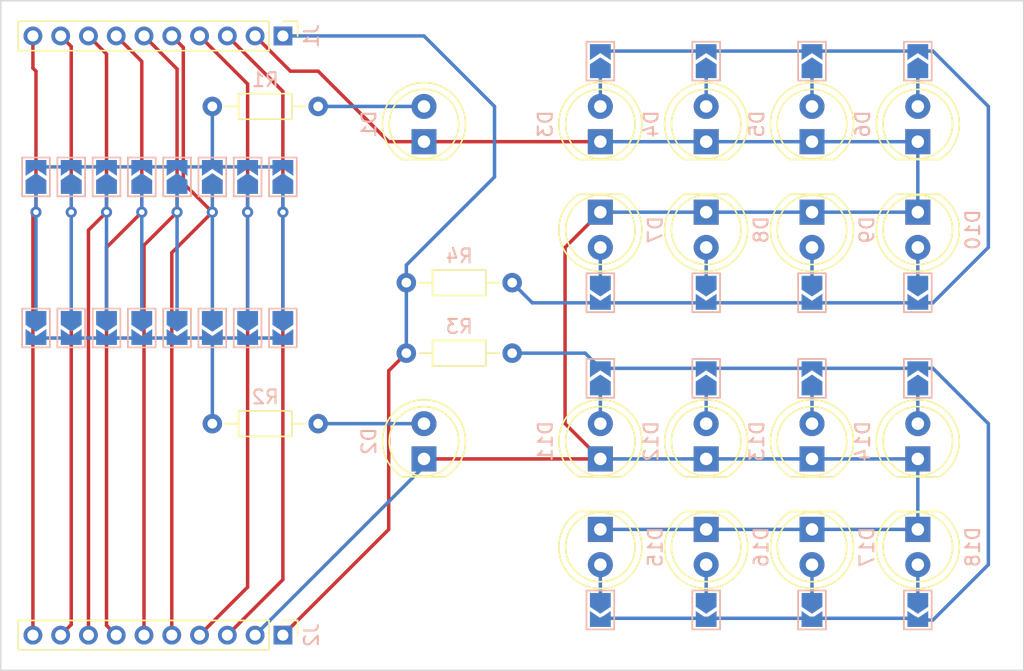
<source format=kicad_pcb>
(kicad_pcb (version 20221018) (generator pcbnew)
  (title_block (title "HTP!m CONTROL Display") (date "2023-10-07") (rev "1") (company "shawnd.xyz") (comment 2 "to the user.") (comment 3 "The HTP!m CONTROL display panel is a series of LED matrices that communicate data"))
  (layers (0 "F.Cu" signal) (31 "B.Cu" signal) (34 "B.Paste" user) (35 "F.Paste" user) (36 "B.SilkS" user "B.Silkscreen") (37 "F.SilkS" user "F.Silkscreen") (38 "B.Mask" user) (39 "F.Mask" user) (44 "Edge.Cuts" user))
  (net 0 "")
  (net 1 "GND")
  (net 2 "Net-(D1-A)")
  (net 3 "Net-(D2-A)")
  (net 4 "Net-(D3-A)")
  (net 5 "Net-(D4-A)")
  (net 6 "Net-(D5-A)")
  (net 7 "Net-(D6-A)")
  (net 8 "Net-(D7-A)")
  (net 9 "Net-(D8-A)")
  (net 10 "Net-(D9-A)")
  (net 11 "Net-(D10-A)")
  (net 12 "Net-(D11-A)")
  (net 13 "Net-(D12-A)")
  (net 14 "Net-(D13-A)")
  (net 15 "Net-(D14-A)")
  (net 16 "Net-(D15-A)")
  (net 17 "Net-(D16-A)")
  (net 18 "Net-(D17-A)")
  (net 19 "Net-(D18-A)")
  (net 20 "+3.3V")
  (net 21 "Net-(J1-Pin_3)")
  (net 22 "Net-(J1-Pin_4)")
  (net 23 "Net-(J1-Pin_5)")
  (net 24 "Net-(J1-Pin_6)")
  (net 25 "Net-(J1-Pin_7)")
  (net 26 "Net-(J1-Pin_8)")
  (net 27 "Net-(J1-Pin_9)")
  (net 28 "Net-(J1-Pin_10)")
  (net 29 "Net-(JP1-B)")
  (net 30 "Net-(JP17-B)")
  (net 31 "Net-(JP25-B)")
  (net 32 "Net-(JP10-B)")
  (footprint "LED_THT:LED_D5.0mm" (layer "F.Cu") (at 154.94 111.76 -90)
    (fp_text reference "D15" (at 1.27 -3.96 -270) (layer "B.SilkS") (effects (justify mirror)))
    (fp_text value "BLUE")
    (pad "1" thru_hole rect (at 0 0 270) (size 1.8 1.8) (drill 0.9) (layers "*.Cu" "*.Mask") (net 1 "GND"))
    (pad "2" thru_hole circle (at 2.54 0 270) (size 1.8 1.8) (drill 0.9) (layers "*.Cu" "*.Mask") (net 16 "Net-(D15-A)"))
  )
  (footprint "LED_THT:LED_D5.0mm" (layer "F.Cu") (at 142.24 106.68 90)
    (fp_text reference "D2" (at 1.27 -3.96 90) (layer "B.SilkS") (effects (justify mirror)))
    (fp_text value "RED")
    (pad "1" thru_hole rect (at 0 0 90) (size 1.8 1.8) (drill 0.9) (layers "*.Cu" "*.Mask") (net 1 "GND"))
    (pad "2" thru_hole circle (at 2.54 0 90) (size 1.8 1.8) (drill 0.9) (layers "*.Cu" "*.Mask") (net 3 "Net-(D2-A)"))
  )
  (footprint "Resistor_THT:R_Axial_DIN0204_L3.6mm_D1.6mm_P7.62mm_Horizontal" (layer "F.Cu") (at 127 81.28)
    (fp_text reference "R1" (at 3.81 -1.92) (layer "B.SilkS") (effects (justify mirror)))
    (fp_text value "400Ω")
    (pad "1" thru_hole circle (at 0 0) (size 1.4 1.4) (drill 0.7) (layers "*.Cu" "*.Mask") (net 31 "Net-(JP25-B)"))
    (pad "2" thru_hole oval (at 7.62 0) (size 1.4 1.4) (drill 0.7) (layers "*.Cu" "*.Mask") (net 2 "Net-(D1-A)"))
  )
  (footprint "LED_THT:LED_D5.0mm" (layer "F.Cu") (at 142.24 83.82 90)
    (fp_text reference "D1" (at 1.27 -3.96 -270) (layer "B.SilkS") (effects (justify mirror)))
    (fp_text value "RED")
    (pad "1" thru_hole rect (at 0 0 90) (size 1.8 1.8) (drill 0.9) (layers "*.Cu" "*.Mask") (net 1 "GND"))
    (pad "2" thru_hole circle (at 2.54 0 90) (size 1.8 1.8) (drill 0.9) (layers "*.Cu" "*.Mask") (net 2 "Net-(D1-A)"))
  )
  (footprint "LED_THT:LED_D5.0mm" (layer "F.Cu") (at 162.56 106.68 90)
    (fp_text reference "D12" (at 1.27 -3.96 -270) (layer "B.SilkS") (effects (justify mirror)))
    (fp_text value "BLUE")
    (pad "1" thru_hole rect (at 0 0 90) (size 1.8 1.8) (drill 0.9) (layers "*.Cu" "*.Mask") (net 1 "GND"))
    (pad "2" thru_hole circle (at 2.54 0 90) (size 1.8 1.8) (drill 0.9) (layers "*.Cu" "*.Mask") (net 13 "Net-(D12-A)"))
  )
  (footprint "LED_THT:LED_D5.0mm" (layer "F.Cu") (at 170.18 83.82 90)
    (fp_text reference "D5" (at 1.27 -3.96 90) (layer "B.SilkS") (effects (justify mirror)))
    (fp_text value "BLUE")
    (pad "1" thru_hole rect (at 0 0 90) (size 1.8 1.8) (drill 0.9) (layers "*.Cu" "*.Mask") (net 1 "GND"))
    (pad "2" thru_hole circle (at 2.54 0 90) (size 1.8 1.8) (drill 0.9) (layers "*.Cu" "*.Mask") (net 6 "Net-(D5-A)"))
  )
  (footprint "LED_THT:LED_D5.0mm" (layer "F.Cu") (at 177.8 83.82 90)
    (fp_text reference "D6" (at 1.27 -3.96 90) (layer "B.SilkS") (effects (justify mirror)))
    (fp_text value "BLUE")
    (pad "1" thru_hole rect (at 0 0 90) (size 1.8 1.8) (drill 0.9) (layers "*.Cu" "*.Mask") (net 1 "GND"))
    (pad "2" thru_hole circle (at 2.54 0 90) (size 1.8 1.8) (drill 0.9) (layers "*.Cu" "*.Mask") (net 7 "Net-(D6-A)"))
  )
  (footprint "LED_THT:LED_D5.0mm" (layer "F.Cu") (at 162.56 88.9 -90)
    (fp_text reference "D8" (at 1.27 -3.96 -270) (layer "B.SilkS") (effects (justify mirror)))
    (fp_text value "BLUE")
    (pad "1" thru_hole rect (at 0 0 270) (size 1.8 1.8) (drill 0.9) (layers "*.Cu" "*.Mask") (net 1 "GND"))
    (pad "2" thru_hole circle (at 2.54 0 270) (size 1.8 1.8) (drill 0.9) (layers "*.Cu" "*.Mask") (net 9 "Net-(D8-A)"))
  )
  (footprint "LED_THT:LED_D5.0mm" (layer "F.Cu") (at 170.18 111.76 -90)
    (fp_text reference "D17" (at 1.27 -3.96 -270) (layer "B.SilkS") (effects (justify mirror)))
    (fp_text value "BLUE")
    (pad "1" thru_hole rect (at 0 0 270) (size 1.8 1.8) (drill 0.9) (layers "*.Cu" "*.Mask") (net 1 "GND"))
    (pad "2" thru_hole circle (at 2.54 0 270) (size 1.8 1.8) (drill 0.9) (layers "*.Cu" "*.Mask") (net 18 "Net-(D17-A)"))
  )
  (footprint "Connector_PinHeader_2.00mm:PinHeader_1x10_P2.00mm_Vertical" (layer "F.Cu") (at 132.08 76.2 -90)
    (fp_text reference "J1" (at 0 -2.06 -270) (layer "B.SilkS") (effects (justify mirror)))
    (fp_text value "Conn_01x10_Socket" hide)
    (pad "1" thru_hole rect (at 0 0 270) (size 1.35 1.35) (drill 0.8) (layers "*.Cu" "*.Mask") (net 20 "+3.3V"))
    (pad "2" thru_hole oval (at 0 2 270) (size 1.35 1.35) (drill 0.8) (layers "*.Cu" "*.Mask") (net 1 "GND"))
    (pad "3" thru_hole oval (at 0 4 270) (size 1.35 1.35) (drill 0.8) (layers "*.Cu" "*.Mask") (net 21 "Net-(J1-Pin_3)"))
    (pad "4" thru_hole oval (at 0 6 270) (size 1.35 1.35) (drill 0.8) (layers "*.Cu" "*.Mask") (net 22 "Net-(J1-Pin_4)"))
    (pad "5" thru_hole oval (at 0 8 270) (size 1.35 1.35) (drill 0.8) (layers "*.Cu" "*.Mask") (net 23 "Net-(J1-Pin_5)"))
    (pad "6" thru_hole oval (at 0 10 270) (size 1.35 1.35) (drill 0.8) (layers "*.Cu" "*.Mask") (net 24 "Net-(J1-Pin_6)"))
    (pad "7" thru_hole oval (at 0 12 270) (size 1.35 1.35) (drill 0.8) (layers "*.Cu" "*.Mask") (net 25 "Net-(J1-Pin_7)"))
    (pad "8" thru_hole oval (at 0 14 270) (size 1.35 1.35) (drill 0.8) (layers "*.Cu" "*.Mask") (net 26 "Net-(J1-Pin_8)"))
    (pad "9" thru_hole oval (at 0 16 270) (size 1.35 1.35) (drill 0.8) (layers "*.Cu" "*.Mask") (net 27 "Net-(J1-Pin_9)"))
    (pad "10" thru_hole oval (at 0 18 270) (size 1.35 1.35) (drill 0.8) (layers "*.Cu" "*.Mask") (net 28 "Net-(J1-Pin_10)"))
  )
  (footprint "Resistor_THT:R_Axial_DIN0204_L3.6mm_D1.6mm_P7.62mm_Horizontal" (layer "F.Cu") (at 140.97 99.06)
    (fp_text reference "R3" (at 3.81 -1.92) (layer "B.SilkS") (effects (justify mirror)))
    (fp_text value "400Ω")
    (pad "1" thru_hole circle (at 0 0) (size 1.4 1.4) (drill 0.7) (layers "*.Cu" "*.Mask") (net 20 "+3.3V"))
    (pad "2" thru_hole oval (at 7.62 0) (size 1.4 1.4) (drill 0.7) (layers "*.Cu" "*.Mask") (net 32 "Net-(JP10-B)"))
  )
  (footprint "LED_THT:LED_D5.0mm" (layer "F.Cu") (at 177.8 106.68 90)
    (fp_text reference "D14" (at 1.27 -3.96 -270) (layer "B.SilkS") (effects (justify mirror)))
    (fp_text value "BLUE")
    (pad "1" thru_hole rect (at 0 0 90) (size 1.8 1.8) (drill 0.9) (layers "*.Cu" "*.Mask") (net 1 "GND"))
    (pad "2" thru_hole circle (at 2.54 0 90) (size 1.8 1.8) (drill 0.9) (layers "*.Cu" "*.Mask") (net 15 "Net-(D14-A)"))
  )
  (footprint "LED_THT:LED_D5.0mm" (layer "F.Cu") (at 177.8 88.9 -90)
    (fp_text reference "D10" (at 1.27 -3.96 -270) (layer "B.SilkS") (effects (justify mirror)))
    (fp_text value "BLUE")
    (pad "1" thru_hole rect (at 0 0 270) (size 1.8 1.8) (drill 0.9) (layers "*.Cu" "*.Mask") (net 1 "GND"))
    (pad "2" thru_hole circle (at 2.54 0 270) (size 1.8 1.8) (drill 0.9) (layers "*.Cu" "*.Mask") (net 11 "Net-(D10-A)"))
  )
  (footprint "LED_THT:LED_D5.0mm" (layer "F.Cu") (at 162.56 83.82 90)
    (fp_text reference "D4" (at 1.27 -3.96 -270) (layer "B.SilkS") (effects (justify mirror)))
    (fp_text value "BLUE")
    (pad "1" thru_hole rect (at 0 0 90) (size 1.8 1.8) (drill 0.9) (layers "*.Cu" "*.Mask") (net 1 "GND"))
    (pad "2" thru_hole circle (at 2.54 0 90) (size 1.8 1.8) (drill 0.9) (layers "*.Cu" "*.Mask") (net 5 "Net-(D4-A)"))
  )
  (footprint "LED_THT:LED_D5.0mm" (layer "F.Cu") (at 154.94 83.82 90)
    (fp_text reference "D3" (at 1.27 -3.96 -270) (layer "B.SilkS") (effects (justify mirror)))
    (fp_text value "BLUE")
    (pad "1" thru_hole rect (at 0 0 90) (size 1.8 1.8) (drill 0.9) (layers "*.Cu" "*.Mask") (net 1 "GND"))
    (pad "2" thru_hole circle (at 2.54 0 90) (size 1.8 1.8) (drill 0.9) (layers "*.Cu" "*.Mask") (net 4 "Net-(D3-A)"))
  )
  (footprint "LED_THT:LED_D5.0mm" (layer "F.Cu") (at 162.56 111.76 -90)
    (fp_text reference "D16" (at 1.27 -3.96 -270) (layer "B.SilkS") (effects (justify mirror)))
    (fp_text value "BLUE")
    (pad "1" thru_hole rect (at 0 0 270) (size 1.8 1.8) (drill 0.9) (layers "*.Cu" "*.Mask") (net 1 "GND"))
    (pad "2" thru_hole circle (at 2.54 0 270) (size 1.8 1.8) (drill 0.9) (layers "*.Cu" "*.Mask") (net 17 "Net-(D16-A)"))
  )
  (footprint "LED_THT:LED_D5.0mm" (layer "F.Cu") (at 177.8 111.76 -90)
    (fp_text reference "D18" (at 1.27 -3.96 -270) (layer "B.SilkS") (effects (justify mirror)))
    (fp_text value "BLUE")
    (pad "1" thru_hole rect (at 0 0 270) (size 1.8 1.8) (drill 0.9) (layers "*.Cu" "*.Mask") (net 1 "GND"))
    (pad "2" thru_hole circle (at 2.54 0 270) (size 1.8 1.8) (drill 0.9) (layers "*.Cu" "*.Mask") (net 19 "Net-(D18-A)"))
  )
  (footprint "LED_THT:LED_D5.0mm" (layer "F.Cu") (at 170.18 88.9 -90)
    (fp_text reference "D9" (at 1.27 -3.96 -270) (layer "B.SilkS") (effects (justify mirror)))
    (fp_text value "BLUE")
    (pad "1" thru_hole rect (at 0 0 270) (size 1.8 1.8) (drill 0.9) (layers "*.Cu" "*.Mask") (net 1 "GND"))
    (pad "2" thru_hole circle (at 2.54 0 270) (size 1.8 1.8) (drill 0.9) (layers "*.Cu" "*.Mask") (net 10 "Net-(D9-A)"))
  )
  (footprint "LED_THT:LED_D5.0mm" (layer "F.Cu") (at 170.18 106.68 90)
    (fp_text reference "D13" (at 1.27 -3.96 90) (layer "B.SilkS") (effects (justify mirror)))
    (fp_text value "BLUE")
    (pad "1" thru_hole rect (at 0 0 90) (size 1.8 1.8) (drill 0.9) (layers "*.Cu" "*.Mask") (net 1 "GND"))
    (pad "2" thru_hole circle (at 2.54 0 90) (size 1.8 1.8) (drill 0.9) (layers "*.Cu" "*.Mask") (net 14 "Net-(D13-A)"))
  )
  (footprint "Connector_PinHeader_2.00mm:PinHeader_1x10_P2.00mm_Vertical" (layer "F.Cu") (at 132.08 119.38 -90)
    (fp_text reference "J2" (at 0 -2.06 -270) (layer "B.SilkS") (effects (justify mirror)))
    (fp_text value "Conn_01x10_Socket" hide)
    (pad "1" thru_hole rect (at 0 0 270) (size 1.35 1.35) (drill 0.8) (layers "*.Cu" "*.Mask") (net 20 "+3.3V"))
    (pad "2" thru_hole oval (at 0 2 270) (size 1.35 1.35) (drill 0.8) (layers "*.Cu" "*.Mask") (net 1 "GND"))
    (pad "3" thru_hole oval (at 0 4 270) (size 1.35 1.35) (drill 0.8) (layers "*.Cu" "*.Mask") (net 21 "Net-(J1-Pin_3)"))
    (pad "4" thru_hole oval (at 0 6 270) (size 1.35 1.35) (drill 0.8) (layers "*.Cu" "*.Mask") (net 22 "Net-(J1-Pin_4)"))
    (pad "5" thru_hole oval (at 0 8 270) (size 1.35 1.35) (drill 0.8) (layers "*.Cu" "*.Mask") (net 23 "Net-(J1-Pin_5)"))
    (pad "6" thru_hole oval (at 0 10 270) (size 1.35 1.35) (drill 0.8) (layers "*.Cu" "*.Mask") (net 24 "Net-(J1-Pin_6)"))
    (pad "7" thru_hole oval (at 0 12 270) (size 1.35 1.35) (drill 0.8) (layers "*.Cu" "*.Mask") (net 25 "Net-(J1-Pin_7)"))
    (pad "8" thru_hole oval (at 0 14 270) (size 1.35 1.35) (drill 0.8) (layers "*.Cu" "*.Mask") (net 26 "Net-(J1-Pin_8)"))
    (pad "9" thru_hole oval (at 0 16 270) (size 1.35 1.35) (drill 0.8) (layers "*.Cu" "*.Mask") (net 27 "Net-(J1-Pin_9)"))
    (pad "10" thru_hole oval (at 0 18 270) (size 1.35 1.35) (drill 0.8) (layers "*.Cu" "*.Mask") (net 28 "Net-(J1-Pin_10)"))
  )
  (footprint "LED_THT:LED_D5.0mm" (layer "F.Cu") (at 154.94 106.68 90)
    (fp_text reference "D11" (at 1.27 -3.96 -270) (layer "B.SilkS") (effects (justify mirror)))
    (fp_text value "BLUE")
    (pad "1" thru_hole rect (at 0 0 90) (size 1.8 1.8) (drill 0.9) (layers "*.Cu" "*.Mask") (net 1 "GND"))
    (pad "2" thru_hole circle (at 2.54 0 90) (size 1.8 1.8) (drill 0.9) (layers "*.Cu" "*.Mask") (net 12 "Net-(D11-A)"))
  )
  (footprint "Resistor_THT:R_Axial_DIN0204_L3.6mm_D1.6mm_P7.62mm_Horizontal" (layer "F.Cu") (at 140.97 93.98)
    (fp_text reference "R4" (at 3.81 -1.92) (layer "B.SilkS") (effects (justify mirror)))
    (fp_text value "400Ω")
    (pad "1" thru_hole circle (at 0 0) (size 1.4 1.4) (drill 0.7) (layers "*.Cu" "*.Mask") (net 20 "+3.3V"))
    (pad "2" thru_hole oval (at 7.62 0) (size 1.4 1.4) (drill 0.7) (layers "*.Cu" "*.Mask") (net 29 "Net-(JP1-B)"))
  )
  (footprint "Resistor_THT:R_Axial_DIN0204_L3.6mm_D1.6mm_P7.62mm_Horizontal" (layer "F.Cu") (at 127 104.14)
    (fp_text reference "R2" (at 3.81 -1.92) (layer "B.SilkS") (effects (justify mirror)))
    (fp_text value "400Ω")
    (pad "1" thru_hole circle (at 0 0) (size 1.4 1.4) (drill 0.7) (layers "*.Cu" "*.Mask") (net 30 "Net-(JP17-B)"))
    (pad "2" thru_hole oval (at 7.62 0) (size 1.4 1.4) (drill 0.7) (layers "*.Cu" "*.Mask") (net 3 "Net-(D2-A)"))
  )
  (footprint "LED_THT:LED_D5.0mm" (layer "F.Cu") (at 154.94 88.9 -90)
    (fp_text reference "D7" (at 1.27 -3.96 -270) (layer "B.SilkS") (effects (justify mirror)))
    (fp_text value "BLUE")
    (pad "1" thru_hole rect (at 0 0 270) (size 1.8 1.8) (drill 0.9) (layers "*.Cu" "*.Mask") (net 1 "GND"))
    (pad "2" thru_hole circle (at 2.54 0 270) (size 1.8 1.8) (drill 0.9) (layers "*.Cu" "*.Mask") (net 8 "Net-(D7-A)"))
  )
  (footprint "Jumper:SolderJumper-2_P1.3mm_Open_TrianglePad1.0x1.5mm" (layer "B.Cu") (at 132.08 86.36 90)
    (fp_text reference "JP25" hide)
    (fp_text value "SolderJumper_2_Bridged" hide)
    (pad "1" smd custom (at -0.725 0 90) (size 0.3 0.3) (layers "B.Cu" "B.Mask") (net 21 "Net-(J1-Pin_3)") (options (clearance outline) (anchor rect)) (primitives (gr_poly (pts (xy 1 0) (xy 0.5 -0.75) (xy -0.5 -0.75) (xy -0.5 0.75) (xy 0.5 0.75)) (width 0) (fill yes))))
    (pad "2" smd custom (at 0.725 0 90) (size 0.3 0.3) (layers "B.Cu" "B.Mask") (net 31 "Net-(JP25-B)") (options (clearance outline) (anchor rect)) (primitives (gr_poly (pts (xy 0.5 -0.75) (xy -0.65 -0.75) (xy -0.15 0) (xy -0.65 0.75) (xy 0.5 0.75)) (width 0) (fill yes))))
  )
  (footprint "Jumper:SolderJumper-2_P1.3mm_Open_TrianglePad1.0x1.5mm" (layer "B.Cu") (at 129.54 86.36 90)
    (fp_text reference "JP26" hide)
    (fp_text value "SolderJumper_2_Bridged" hide)
    (pad "1" smd custom (at -0.725 0 90) (size 0.3 0.3) (layers "B.Cu" "B.Mask") (net 22 "Net-(J1-Pin_4)") (options (clearance outline) (anchor rect)) (primitives (gr_poly (pts (xy 1 0) (xy 0.5 -0.75) (xy -0.5 -0.75) (xy -0.5 0.75) (xy 0.5 0.75)) (width 0) (fill yes))))
    (pad "2" smd custom (at 0.725 0 90) (size 0.3 0.3) (layers "B.Cu" "B.Mask") (net 31 "Net-(JP25-B)") (options (clearance outline) (anchor rect)) (primitives (gr_poly (pts (xy 0.5 -0.75) (xy -0.65 -0.75) (xy -0.15 0) (xy -0.65 0.75) (xy 0.5 0.75)) (width 0) (fill yes))))
  )
  (footprint "Jumper:SolderJumper-2_P1.3mm_Open_TrianglePad1.0x1.5mm" (layer "B.Cu") (at 162.56 117.565 -90)
    (fp_text reference "JP14" hide)
    (fp_text value "SolderJumper_2_Bridged" hide)
    (pad "1" smd custom (at -0.725 0 270) (size 0.3 0.3) (layers "B.Cu" "B.Mask") (net 17 "Net-(D16-A)") (options (clearance outline) (anchor rect)) (primitives (gr_poly (pts (xy 1 0) (xy 0.5 -0.75) (xy -0.5 -0.75) (xy -0.5 0.75) (xy 0.5 0.75)) (width 0) (fill yes))))
    (pad "2" smd custom (at 0.725 0 270) (size 0.3 0.3) (layers "B.Cu" "B.Mask") (net 32 "Net-(JP10-B)") (options (clearance outline) (anchor rect)) (primitives (gr_poly (pts (xy 0.5 -0.75) (xy -0.65 -0.75) (xy -0.15 0) (xy -0.65 0.75) (xy 0.5 0.75)) (width 0) (fill yes))))
  )
  (footprint "Jumper:SolderJumper-2_P1.3mm_Open_TrianglePad1.0x1.5mm" (layer "B.Cu") (at 119.38 86.36 90)
    (fp_text reference "JP30" hide)
    (fp_text value "SolderJumper_2_Bridged" hide)
    (pad "1" smd custom (at -0.725 0 90) (size 0.3 0.3) (layers "B.Cu" "B.Mask") (net 26 "Net-(J1-Pin_8)") (options (clearance outline) (anchor rect)) (primitives (gr_poly (pts (xy 1 0) (xy 0.5 -0.75) (xy -0.5 -0.75) (xy -0.5 0.75) (xy 0.5 0.75)) (width 0) (fill yes))))
    (pad "2" smd custom (at 0.725 0 90) (size 0.3 0.3) (layers "B.Cu" "B.Mask") (net 31 "Net-(JP25-B)") (options (clearance outline) (anchor rect)) (primitives (gr_poly (pts (xy 0.5 -0.75) (xy -0.65 -0.75) (xy -0.15 0) (xy -0.65 0.75) (xy 0.5 0.75)) (width 0) (fill yes))))
  )
  (footprint "Jumper:SolderJumper-2_P1.3mm_Open_TrianglePad1.0x1.5mm" (layer "B.Cu") (at 170.18 117.565 -90)
    (fp_text reference "JP15" hide)
    (fp_text value "SolderJumper_2_Bridged" hide)
    (pad "1" smd custom (at -0.725 0 270) (size 0.3 0.3) (layers "B.Cu" "B.Mask") (net 18 "Net-(D17-A)") (options (clearance outline) (anchor rect)) (primitives (gr_poly (pts (xy 1 0) (xy 0.5 -0.75) (xy -0.5 -0.75) (xy -0.5 0.75) (xy 0.5 0.75)) (width 0) (fill yes))))
    (pad "2" smd custom (at 0.725 0 270) (size 0.3 0.3) (layers "B.Cu" "B.Mask") (net 32 "Net-(JP10-B)") (options (clearance outline) (anchor rect)) (primitives (gr_poly (pts (xy 0.5 -0.75) (xy -0.65 -0.75) (xy -0.15 0) (xy -0.65 0.75) (xy 0.5 0.75)) (width 0) (fill yes))))
  )
  (footprint "Jumper:SolderJumper-2_P1.3mm_Open_TrianglePad1.0x1.5mm" (layer "B.Cu") (at 127 97.245 -90)
    (fp_text reference "JP22" hide)
    (fp_text value "SolderJumper_2_Bridged" hide)
    (pad "1" smd custom (at -0.725 0 270) (size 0.3 0.3) (layers "B.Cu" "B.Mask") (net 23 "Net-(J1-Pin_5)") (options (clearance outline) (anchor rect)) (primitives (gr_poly (pts (xy 1 0) (xy 0.5 -0.75) (xy -0.5 -0.75) (xy -0.5 0.75) (xy 0.5 0.75)) (width 0) (fill yes))))
    (pad "2" smd custom (at 0.725 0 270) (size 0.3 0.3) (layers "B.Cu" "B.Mask") (net 30 "Net-(JP17-B)") (options (clearance outline) (anchor rect)) (primitives (gr_poly (pts (xy 0.5 -0.75) (xy -0.65 -0.75) (xy -0.15 0) (xy -0.65 0.75) (xy 0.5 0.75)) (width 0) (fill yes))))
  )
  (footprint "Jumper:SolderJumper-2_P1.3mm_Open_TrianglePad1.0x1.5mm" (layer "B.Cu") (at 116.84 97.245 -90)
    (fp_text reference "JP18" hide)
    (fp_text value "SolderJumper_2_Bridged" hide)
    (pad "1" smd custom (at -0.725 0 270) (size 0.3 0.3) (layers "B.Cu" "B.Mask") (net 27 "Net-(J1-Pin_9)") (options (clearance outline) (anchor rect)) (primitives (gr_poly (pts (xy 1 0) (xy 0.5 -0.75) (xy -0.5 -0.75) (xy -0.5 0.75) (xy 0.5 0.75)) (width 0) (fill yes))))
    (pad "2" smd custom (at 0.725 0 270) (size 0.3 0.3) (layers "B.Cu" "B.Mask") (net 30 "Net-(JP17-B)") (options (clearance outline) (anchor rect)) (primitives (gr_poly (pts (xy 0.5 -0.75) (xy -0.65 -0.75) (xy -0.15 0) (xy -0.65 0.75) (xy 0.5 0.75)) (width 0) (fill yes))))
  )
  (footprint "Jumper:SolderJumper-2_P1.3mm_Open_TrianglePad1.0x1.5mm" (layer "B.Cu") (at 124.46 86.36 90)
    (fp_text reference "JP28" hide)
    (fp_text value "SolderJumper_2_Bridged" hide)
    (pad "1" smd custom (at -0.725 0 90) (size 0.3 0.3) (layers "B.Cu" "B.Mask") (net 24 "Net-(J1-Pin_6)") (options (clearance outline) (anchor rect)) (primitives (gr_poly (pts (xy 1 0) (xy 0.5 -0.75) (xy -0.5 -0.75) (xy -0.5 0.75) (xy 0.5 0.75)) (width 0) (fill yes))))
    (pad "2" smd custom (at 0.725 0 90) (size 0.3 0.3) (layers "B.Cu" "B.Mask") (net 31 "Net-(JP25-B)") (options (clearance outline) (anchor rect)) (primitives (gr_poly (pts (xy 0.5 -0.75) (xy -0.65 -0.75) (xy -0.15 0) (xy -0.65 0.75) (xy 0.5 0.75)) (width 0) (fill yes))))
  )
  (footprint "Jumper:SolderJumper-2_P1.3mm_Open_TrianglePad1.0x1.5mm" (layer "B.Cu") (at 121.92 86.36 90)
    (fp_text reference "JP29" hide)
    (fp_text value "SolderJumper_2_Bridged" hide)
    (pad "1" smd custom (at -0.725 0 90) (size 0.3 0.3) (layers "B.Cu" "B.Mask") (net 25 "Net-(J1-Pin_7)") (options (clearance outline) (anchor rect)) (primitives (gr_poly (pts (xy 1 0) (xy 0.5 -0.75) (xy -0.5 -0.75) (xy -0.5 0.75) (xy 0.5 0.75)) (width 0) (fill yes))))
    (pad "2" smd custom (at 0.725 0 90) (size 0.3 0.3) (layers "B.Cu" "B.Mask") (net 31 "Net-(JP25-B)") (options (clearance outline) (anchor rect)) (primitives (gr_poly (pts (xy 0.5 -0.75) (xy -0.65 -0.75) (xy -0.15 0) (xy -0.65 0.75) (xy 0.5 0.75)) (width 0) (fill yes))))
  )
  (footprint "Jumper:SolderJumper-2_P1.3mm_Open_TrianglePad1.0x1.5mm" (layer "B.Cu") (at 121.92 97.245 -90)
    (fp_text reference "JP20" hide)
    (fp_text value "SolderJumper_2_Bridged" hide)
    (pad "1" smd custom (at -0.725 0 270) (size 0.3 0.3) (layers "B.Cu" "B.Mask") (net 25 "Net-(J1-Pin_7)") (options (clearance outline) (anchor rect)) (primitives (gr_poly (pts (xy 1 0) (xy 0.5 -0.75) (xy -0.5 -0.75) (xy -0.5 0.75) (xy 0.5 0.75)) (width 0) (fill yes))))
    (pad "2" smd custom (at 0.725 0 270) (size 0.3 0.3) (layers "B.Cu" "B.Mask") (net 30 "Net-(JP17-B)") (options (clearance outline) (anchor rect)) (primitives (gr_poly (pts (xy 0.5 -0.75) (xy -0.65 -0.75) (xy -0.15 0) (xy -0.65 0.75) (xy 0.5 0.75)) (width 0) (fill yes))))
  )
  (footprint "Jumper:SolderJumper-2_P1.3mm_Open_TrianglePad1.0x1.5mm" (layer "B.Cu") (at 127 86.36 90)
    (fp_text reference "JP27" hide)
    (fp_text value "SolderJumper_2_Bridged" hide)
    (pad "1" smd custom (at -0.725 0 90) (size 0.3 0.3) (layers "B.Cu" "B.Mask") (net 23 "Net-(J1-Pin_5)") (options (clearance outline) (anchor rect)) (primitives (gr_poly (pts (xy 1 0) (xy 0.5 -0.75) (xy -0.5 -0.75) (xy -0.5 0.75) (xy 0.5 0.75)) (width 0) (fill yes))))
    (pad "2" smd custom (at 0.725 0 90) (size 0.3 0.3) (layers "B.Cu" "B.Mask") (net 31 "Net-(JP25-B)") (options (clearance outline) (anchor rect)) (primitives (gr_poly (pts (xy 0.5 -0.75) (xy -0.65 -0.75) (xy -0.15 0) (xy -0.65 0.75) (xy 0.5 0.75)) (width 0) (fill yes))))
  )
  (footprint "Jumper:SolderJumper-2_P1.3mm_Open_TrianglePad1.0x1.5mm" (layer "B.Cu") (at 177.8 100.875 90)
    (fp_text reference "JP12" hide)
    (fp_text value "SolderJumper_2_Bridged" hide)
    (pad "1" smd custom (at -0.725 0 90) (size 0.3 0.3) (layers "B.Cu" "B.Mask") (net 15 "Net-(D14-A)") (options (clearance outline) (anchor rect)) (primitives (gr_poly (pts (xy 1 0) (xy 0.5 -0.75) (xy -0.5 -0.75) (xy -0.5 0.75) (xy 0.5 0.75)) (width 0) (fill yes))))
    (pad "2" smd custom (at 0.725 0 90) (size 0.3 0.3) (layers "B.Cu" "B.Mask") (net 32 "Net-(JP10-B)") (options (clearance outline) (anchor rect)) (primitives (gr_poly (pts (xy 0.5 -0.75) (xy -0.65 -0.75) (xy -0.15 0) (xy -0.65 0.75) (xy 0.5 0.75)) (width 0) (fill yes))))
  )
  (footprint "Jumper:SolderJumper-2_P1.3mm_Open_TrianglePad1.0x1.5mm" (layer "B.Cu") (at 132.08 97.245 -90)
    (fp_text reference "JP24" hide)
    (fp_text value "SolderJumper_2_Bridged" hide)
    (pad "1" smd custom (at -0.725 0 270) (size 0.3 0.3) (layers "B.Cu" "B.Mask") (net 21 "Net-(J1-Pin_3)") (options (clearance outline) (anchor rect)) (primitives (gr_poly (pts (xy 1 0) (xy 0.5 -0.75) (xy -0.5 -0.75) (xy -0.5 0.75) (xy 0.5 0.75)) (width 0) (fill yes))))
    (pad "2" smd custom (at 0.725 0 270) (size 0.3 0.3) (layers "B.Cu" "B.Mask") (net 30 "Net-(JP17-B)") (options (clearance outline) (anchor rect)) (primitives (gr_poly (pts (xy 0.5 -0.75) (xy -0.65 -0.75) (xy -0.15 0) (xy -0.65 0.75) (xy 0.5 0.75)) (width 0) (fill yes))))
  )
  (footprint "Jumper:SolderJumper-2_P1.3mm_Open_TrianglePad1.0x1.5mm" (layer "B.Cu") (at 170.18 100.875 90)
    (fp_text reference "JP11" hide)
    (fp_text value "SolderJumper_2_Bridged" hide)
    (pad "1" smd custom (at -0.725 0 90) (size 0.3 0.3) (layers "B.Cu" "B.Mask") (net 14 "Net-(D13-A)") (options (clearance outline) (anchor rect)) (primitives (gr_poly (pts (xy 1 0) (xy 0.5 -0.75) (xy -0.5 -0.75) (xy -0.5 0.75) (xy 0.5 0.75)) (width 0) (fill yes))))
    (pad "2" smd custom (at 0.725 0 90) (size 0.3 0.3) (layers "B.Cu" "B.Mask") (net 32 "Net-(JP10-B)") (options (clearance outline) (anchor rect)) (primitives (gr_poly (pts (xy 0.5 -0.75) (xy -0.65 -0.75) (xy -0.15 0) (xy -0.65 0.75) (xy 0.5 0.75)) (width 0) (fill yes))))
  )
  (footprint "Jumper:SolderJumper-2_P1.3mm_Open_TrianglePad1.0x1.5mm" (layer "B.Cu") (at 154.94 117.565 -90)
    (fp_text reference "JP13" hide)
    (fp_text value "SolderJumper_2_Bridged" hide)
    (pad "1" smd custom (at -0.725 0 270) (size 0.3 0.3) (layers "B.Cu" "B.Mask") (net 16 "Net-(D15-A)") (options (clearance outline) (anchor rect)) (primitives (gr_poly (pts (xy 1 0) (xy 0.5 -0.75) (xy -0.5 -0.75) (xy -0.5 0.75) (xy 0.5 0.75)) (width 0) (fill yes))))
    (pad "2" smd custom (at 0.725 0 270) (size 0.3 0.3) (layers "B.Cu" "B.Mask") (net 32 "Net-(JP10-B)") (options (clearance outline) (anchor rect)) (primitives (gr_poly (pts (xy 0.5 -0.75) (xy -0.65 -0.75) (xy -0.15 0) (xy -0.65 0.75) (xy 0.5 0.75)) (width 0) (fill yes))))
  )
  (footprint "Jumper:SolderJumper-2_P1.3mm_Open_TrianglePad1.0x1.5mm" (layer "B.Cu") (at 177.8 94.705 -90)
    (fp_text reference "JP8" hide)
    (fp_text value "SolderJumper_2_Bridged" hide)
    (pad "1" smd custom (at -0.725 0 270) (size 0.3 0.3) (layers "B.Cu" "B.Mask") (net 11 "Net-(D10-A)") (options (clearance outline) (anchor rect)) (primitives (gr_poly (pts (xy 1 0) (xy 0.5 -0.75) (xy -0.5 -0.75) (xy -0.5 0.75) (xy 0.5 0.75)) (width 0) (fill yes))))
    (pad "2" smd custom (at 0.725 0 270) (size 0.3 0.3) (layers "B.Cu" "B.Mask") (net 29 "Net-(JP1-B)") (options (clearance outline) (anchor rect)) (primitives (gr_poly (pts (xy 0.5 -0.75) (xy -0.65 -0.75) (xy -0.15 0) (xy -0.65 0.75) (xy 0.5 0.75)) (width 0) (fill yes))))
  )
  (footprint "Jumper:SolderJumper-2_P1.3mm_Open_TrianglePad1.0x1.5mm" (layer "B.Cu") (at 154.94 94.705 -90)
    (fp_text reference "JP5" hide)
    (fp_text value "SolderJumper_2_Bridged" hide)
    (pad "1" smd custom (at -0.725 0 270) (size 0.3 0.3) (layers "B.Cu" "B.Mask") (net 8 "Net-(D7-A)") (options (clearance outline) (anchor rect)) (primitives (gr_poly (pts (xy 1 0) (xy 0.5 -0.75) (xy -0.5 -0.75) (xy -0.5 0.75) (xy 0.5 0.75)) (width 0) (fill yes))))
    (pad "2" smd custom (at 0.725 0 270) (size 0.3 0.3) (layers "B.Cu" "B.Mask") (net 29 "Net-(JP1-B)") (options (clearance outline) (anchor rect)) (primitives (gr_poly (pts (xy 0.5 -0.75) (xy -0.65 -0.75) (xy -0.15 0) (xy -0.65 0.75) (xy 0.5 0.75)) (width 0) (fill yes))))
  )
  (footprint "Jumper:SolderJumper-2_P1.3mm_Open_TrianglePad1.0x1.5mm" (layer "B.Cu") (at 162.56 78.015 90)
    (fp_text reference "JP2" hide)
    (fp_text value "SolderJumper_2_Bridged" hide)
    (pad "1" smd custom (at -0.725 0 90) (size 0.3 0.3) (layers "B.Cu" "B.Mask") (net 5 "Net-(D4-A)") (options (clearance outline) (anchor rect)) (primitives (gr_poly (pts (xy 1 0) (xy 0.5 -0.75) (xy -0.5 -0.75) (xy -0.5 0.75) (xy 0.5 0.75)) (width 0) (fill yes))))
    (pad "2" smd custom (at 0.725 0 90) (size 0.3 0.3) (layers "B.Cu" "B.Mask") (net 29 "Net-(JP1-B)") (options (clearance outline) (anchor rect)) (primitives (gr_poly (pts (xy 0.5 -0.75) (xy -0.65 -0.75) (xy -0.15 0) (xy -0.65 0.75) (xy 0.5 0.75)) (width 0) (fill yes))))
  )
  (footprint "Jumper:SolderJumper-2_P1.3mm_Open_TrianglePad1.0x1.5mm" (layer "B.Cu") (at 114.3 86.36 90)
    (fp_text reference "JP32" hide)
    (fp_text value "SolderJumper_2_Bridged" hide)
    (pad "1" smd custom (at -0.725 0 90) (size 0.3 0.3) (layers "B.Cu" "B.Mask") (net 28 "Net-(J1-Pin_10)") (options (clearance outline) (anchor rect)) (primitives (gr_poly (pts (xy 1 0) (xy 0.5 -0.75) (xy -0.5 -0.75) (xy -0.5 0.75) (xy 0.5 0.75)) (width 0) (fill yes))))
    (pad "2" smd custom (at 0.725 0 90) (size 0.3 0.3) (layers "B.Cu" "B.Mask") (net 31 "Net-(JP25-B)") (options (clearance outline) (anchor rect)) (primitives (gr_poly (pts (xy 0.5 -0.75) (xy -0.65 -0.75) (xy -0.15 0) (xy -0.65 0.75) (xy 0.5 0.75)) (width 0) (fill yes))))
  )
  (footprint "Jumper:SolderJumper-2_P1.3mm_Open_TrianglePad1.0x1.5mm" (layer "B.Cu") (at 170.18 78.015 90)
    (fp_text reference "JP3" hide)
    (fp_text value "SolderJumper_2_Bridged" hide)
    (pad "1" smd custom (at -0.725 0 90) (size 0.3 0.3) (layers "B.Cu" "B.Mask") (net 6 "Net-(D5-A)") (options (clearance outline) (anchor rect)) (primitives (gr_poly (pts (xy 1 0) (xy 0.5 -0.75) (xy -0.5 -0.75) (xy -0.5 0.75) (xy 0.5 0.75)) (width 0) (fill yes))))
    (pad "2" smd custom (at 0.725 0 90) (size 0.3 0.3) (layers "B.Cu" "B.Mask") (net 29 "Net-(JP1-B)") (options (clearance outline) (anchor rect)) (primitives (gr_poly (pts (xy 0.5 -0.75) (xy -0.65 -0.75) (xy -0.15 0) (xy -0.65 0.75) (xy 0.5 0.75)) (width 0) (fill yes))))
  )
  (footprint "Jumper:SolderJumper-2_P1.3mm_Open_TrianglePad1.0x1.5mm" (layer "B.Cu") (at 116.84 86.36 90)
    (fp_text reference "JP31" hide)
    (fp_text value "SolderJumper_2_Bridged" hide)
    (pad "1" smd custom (at -0.725 0 90) (size 0.3 0.3) (layers "B.Cu" "B.Mask") (net 27 "Net-(J1-Pin_9)") (options (clearance outline) (anchor rect)) (primitives (gr_poly (pts (xy 1 0) (xy 0.5 -0.75) (xy -0.5 -0.75) (xy -0.5 0.75) (xy 0.5 0.75)) (width 0) (fill yes))))
    (pad "2" smd custom (at 0.725 0 90) (size 0.3 0.3) (layers "B.Cu" "B.Mask") (net 31 "Net-(JP25-B)") (options (clearance outline) (anchor rect)) (primitives (gr_poly (pts (xy 0.5 -0.75) (xy -0.65 -0.75) (xy -0.15 0) (xy -0.65 0.75) (xy 0.5 0.75)) (width 0) (fill yes))))
  )
  (footprint "Jumper:SolderJumper-2_P1.3mm_Open_TrianglePad1.0x1.5mm" (layer "B.Cu") (at 124.46 97.245 -90)
    (fp_text reference "JP21" hide)
    (fp_text value "SolderJumper_2_Bridged" hide)
    (pad "1" smd custom (at -0.725 0 270) (size 0.3 0.3) (layers "B.Cu" "B.Mask") (net 24 "Net-(J1-Pin_6)") (options (clearance outline) (anchor rect)) (primitives (gr_poly (pts (xy 1 0) (xy 0.5 -0.75) (xy -0.5 -0.75) (xy -0.5 0.75) (xy 0.5 0.75)) (width 0) (fill yes))))
    (pad "2" smd custom (at 0.725 0 270) (size 0.3 0.3) (layers "B.Cu" "B.Mask") (net 30 "Net-(JP17-B)") (options (clearance outline) (anchor rect)) (primitives (gr_poly (pts (xy 0.5 -0.75) (xy -0.65 -0.75) (xy -0.15 0) (xy -0.65 0.75) (xy 0.5 0.75)) (width 0) (fill yes))))
  )
  (footprint "Jumper:SolderJumper-2_P1.3mm_Open_TrianglePad1.0x1.5mm" (layer "B.Cu") (at 154.94 100.875 90)
    (fp_text reference "JP9" hide)
    (fp_text value "SolderJumper_2_Bridged" hide)
    (pad "1" smd custom (at -0.725 0 90) (size 0.3 0.3) (layers "B.Cu" "B.Mask") (net 12 "Net-(D11-A)") (options (clearance outline) (anchor rect)) (primitives (gr_poly (pts (xy 1 0) (xy 0.5 -0.75) (xy -0.5 -0.75) (xy -0.5 0.75) (xy 0.5 0.75)) (width 0) (fill yes))))
    (pad "2" smd custom (at 0.725 0 90) (size 0.3 0.3) (layers "B.Cu" "B.Mask") (net 32 "Net-(JP10-B)") (options (clearance outline) (anchor rect)) (primitives (gr_poly (pts (xy 0.5 -0.75) (xy -0.65 -0.75) (xy -0.15 0) (xy -0.65 0.75) (xy 0.5 0.75)) (width 0) (fill yes))))
  )
  (footprint "Jumper:SolderJumper-2_P1.3mm_Open_TrianglePad1.0x1.5mm" (layer "B.Cu") (at 177.8 117.565 -90)
    (fp_text reference "JP16" hide)
    (fp_text value "SolderJumper_2_Bridged" hide)
    (pad "1" smd custom (at -0.725 0 270) (size 0.3 0.3) (layers "B.Cu" "B.Mask") (net 19 "Net-(D18-A)") (options (clearance outline) (anchor rect)) (primitives (gr_poly (pts (xy 1 0) (xy 0.5 -0.75) (xy -0.5 -0.75) (xy -0.5 0.75) (xy 0.5 0.75)) (width 0) (fill yes))))
    (pad "2" smd custom (at 0.725 0 270) (size 0.3 0.3) (layers "B.Cu" "B.Mask") (net 32 "Net-(JP10-B)") (options (clearance outline) (anchor rect)) (primitives (gr_poly (pts (xy 0.5 -0.75) (xy -0.65 -0.75) (xy -0.15 0) (xy -0.65 0.75) (xy 0.5 0.75)) (width 0) (fill yes))))
  )
  (footprint "Jumper:SolderJumper-2_P1.3mm_Open_TrianglePad1.0x1.5mm" (layer "B.Cu") (at 162.56 100.875 90)
    (fp_text reference "JP10" hide)
    (fp_text value "SolderJumper_2_Bridged" hide)
    (pad "1" smd custom (at -0.725 0 90) (size 0.3 0.3) (layers "B.Cu" "B.Mask") (net 13 "Net-(D12-A)") (options (clearance outline) (anchor rect)) (primitives (gr_poly (pts (xy 1 0) (xy 0.5 -0.75) (xy -0.5 -0.75) (xy -0.5 0.75) (xy 0.5 0.75)) (width 0) (fill yes))))
    (pad "2" smd custom (at 0.725 0 90) (size 0.3 0.3) (layers "B.Cu" "B.Mask") (net 32 "Net-(JP10-B)") (options (clearance outline) (anchor rect)) (primitives (gr_poly (pts (xy 0.5 -0.75) (xy -0.65 -0.75) (xy -0.15 0) (xy -0.65 0.75) (xy 0.5 0.75)) (width 0) (fill yes))))
  )
  (footprint "Jumper:SolderJumper-2_P1.3mm_Open_TrianglePad1.0x1.5mm" (layer "B.Cu") (at 177.8 78.015 90)
    (fp_text reference "JP4" hide)
    (fp_text value "SolderJumper_2_Bridged" hide)
    (pad "1" smd custom (at -0.725 0 90) (size 0.3 0.3) (layers "B.Cu" "B.Mask") (net 7 "Net-(D6-A)") (options (clearance outline) (anchor rect)) (primitives (gr_poly (pts (xy 1 0) (xy 0.5 -0.75) (xy -0.5 -0.75) (xy -0.5 0.75) (xy 0.5 0.75)) (width 0) (fill yes))))
    (pad "2" smd custom (at 0.725 0 90) (size 0.3 0.3) (layers "B.Cu" "B.Mask") (net 29 "Net-(JP1-B)") (options (clearance outline) (anchor rect)) (primitives (gr_poly (pts (xy 0.5 -0.75) (xy -0.65 -0.75) (xy -0.15 0) (xy -0.65 0.75) (xy 0.5 0.75)) (width 0) (fill yes))))
  )
  (footprint "Jumper:SolderJumper-2_P1.3mm_Open_TrianglePad1.0x1.5mm" (layer "B.Cu") (at 162.56 94.705 -90)
    (fp_text reference "JP6" hide)
    (fp_text value "SolderJumper_2_Bridged" hide)
    (pad "1" smd custom (at -0.725 0 270) (size 0.3 0.3) (layers "B.Cu" "B.Mask") (net 9 "Net-(D8-A)") (options (clearance outline) (anchor rect)) (primitives (gr_poly (pts (xy 1 0) (xy 0.5 -0.75) (xy -0.5 -0.75) (xy -0.5 0.75) (xy 0.5 0.75)) (width 0) (fill yes))))
    (pad "2" smd custom (at 0.725 0 270) (size 0.3 0.3) (layers "B.Cu" "B.Mask") (net 29 "Net-(JP1-B)") (options (clearance outline) (anchor rect)) (primitives (gr_poly (pts (xy 0.5 -0.75) (xy -0.65 -0.75) (xy -0.15 0) (xy -0.65 0.75) (xy 0.5 0.75)) (width 0) (fill yes))))
  )
  (footprint "Jumper:SolderJumper-2_P1.3mm_Open_TrianglePad1.0x1.5mm" (layer "B.Cu") (at 119.38 97.245 -90)
    (fp_text reference "JP19" hide)
    (fp_text value "SolderJumper_2_Bridged" hide)
    (pad "1" smd custom (at -0.725 0 270) (size 0.3 0.3) (layers "B.Cu" "B.Mask") (net 26 "Net-(J1-Pin_8)") (options (clearance outline) (anchor rect)) (primitives (gr_poly (pts (xy 1 0) (xy 0.5 -0.75) (xy -0.5 -0.75) (xy -0.5 0.75) (xy 0.5 0.75)) (width 0) (fill yes))))
    (pad "2" smd custom (at 0.725 0 270) (size 0.3 0.3) (layers "B.Cu" "B.Mask") (net 30 "Net-(JP17-B)") (options (clearance outline) (anchor rect)) (primitives (gr_poly (pts (xy 0.5 -0.75) (xy -0.65 -0.75) (xy -0.15 0) (xy -0.65 0.75) (xy 0.5 0.75)) (width 0) (fill yes))))
  )
  (footprint "Jumper:SolderJumper-2_P1.3mm_Open_TrianglePad1.0x1.5mm" (layer "B.Cu") (at 129.54 97.245 -90)
    (fp_text reference "JP23" hide)
    (fp_text value "SolderJumper_2_Bridged" hide)
    (pad "1" smd custom (at -0.725 0 270) (size 0.3 0.3) (layers "B.Cu" "B.Mask") (net 22 "Net-(J1-Pin_4)") (options (clearance outline) (anchor rect)) (primitives (gr_poly (pts (xy 1 0) (xy 0.5 -0.75) (xy -0.5 -0.75) (xy -0.5 0.75) (xy 0.5 0.75)) (width 0) (fill yes))))
    (pad "2" smd custom (at 0.725 0 270) (size 0.3 0.3) (layers "B.Cu" "B.Mask") (net 30 "Net-(JP17-B)") (options (clearance outline) (anchor rect)) (primitives (gr_poly (pts (xy 0.5 -0.75) (xy -0.65 -0.75) (xy -0.15 0) (xy -0.65 0.75) (xy 0.5 0.75)) (width 0) (fill yes))))
  )
  (footprint "Jumper:SolderJumper-2_P1.3mm_Open_TrianglePad1.0x1.5mm" (layer "B.Cu") (at 170.18 94.705 -90)
    (fp_text reference "JP7" hide)
    (fp_text value "SolderJumper_2_Bridged" hide)
    (pad "1" smd custom (at -0.725 0 270) (size 0.3 0.3) (layers "B.Cu" "B.Mask") (net 10 "Net-(D9-A)") (options (clearance outline) (anchor rect)) (primitives (gr_poly (pts (xy 1 0) (xy 0.5 -0.75) (xy -0.5 -0.75) (xy -0.5 0.75) (xy 0.5 0.75)) (width 0) (fill yes))))
    (pad "2" smd custom (at 0.725 0 270) (size 0.3 0.3) (layers "B.Cu" "B.Mask") (net 29 "Net-(JP1-B)") (options (clearance outline) (anchor rect)) (primitives (gr_poly (pts (xy 0.5 -0.75) (xy -0.65 -0.75) (xy -0.15 0) (xy -0.65 0.75) (xy 0.5 0.75)) (width 0) (fill yes))))
  )
  (footprint "Jumper:SolderJumper-2_P1.3mm_Open_TrianglePad1.0x1.5mm" (layer "B.Cu") (at 114.3 97.245 -90)
    (fp_text reference "JP17" hide)
    (fp_text value "SolderJumper_2_Bridged" hide)
    (pad "1" smd custom (at -0.725 0 270) (size 0.3 0.3) (layers "B.Cu" "B.Mask") (net 28 "Net-(J1-Pin_10)") (options (clearance outline) (anchor rect)) (primitives (gr_poly (pts (xy 1 0) (xy 0.5 -0.75) (xy -0.5 -0.75) (xy -0.5 0.75) (xy 0.5 0.75)) (width 0) (fill yes))))
    (pad "2" smd custom (at 0.725 0 270) (size 0.3 0.3) (layers "B.Cu" "B.Mask") (net 30 "Net-(JP17-B)") (options (clearance outline) (anchor rect)) (primitives (gr_poly (pts (xy 0.5 -0.75) (xy -0.65 -0.75) (xy -0.15 0) (xy -0.65 0.75) (xy 0.5 0.75)) (width 0) (fill yes))))
  )
  (footprint "Jumper:SolderJumper-2_P1.3mm_Open_TrianglePad1.0x1.5mm" (layer "B.Cu") (at 154.94 78.015 90)
    (fp_text reference "JP1" hide)
    (fp_text value "SolderJumper_2_Bridged" hide)
    (pad "1" smd custom (at -0.725 0 90) (size 0.3 0.3) (layers "B.Cu" "B.Mask") (net 4 "Net-(D3-A)") (options (clearance outline) (anchor rect)) (primitives (gr_poly (pts (xy 1 0) (xy 0.5 -0.75) (xy -0.5 -0.75) (xy -0.5 0.75) (xy 0.5 0.75)) (width 0) (fill yes))))
    (pad "2" smd custom (at 0.725 0 90) (size 0.3 0.3) (layers "B.Cu" "B.Mask") (net 29 "Net-(JP1-B)") (options (clearance outline) (anchor rect)) (primitives (gr_poly (pts (xy 0.5 -0.75) (xy -0.65 -0.75) (xy -0.15 0) (xy -0.65 0.75) (xy 0.5 0.75)) (width 0) (fill yes))))
  )
  (gr_rect (start 111.76 73.66) (end 185.42 121.92) (stroke (width 0.1)) (fill none) (layer "Edge.Cuts"))
  (segment (start 154.94 106.68) (end 152.4 104.14) (width 0.25) (layer "F.Cu") (net 1))
  (segment (start 139.7 83.82) (end 142.24 83.82) (width 0.25) (layer "F.Cu") (net 1))
  (segment (start 130.08 76.2) (end 132.62 78.74) (width 0.25) (layer "F.Cu") (net 1))
  (segment (start 152.4 91.44) (end 154.94 88.9) (width 0.25) (layer "F.Cu") (net 1))
  (segment (start 142.24 106.68) (end 154.94 106.68) (width 0.25) (layer "F.Cu") (net 1))
  (segment (start 134.62 78.74) (end 139.7 83.82) (width 0.25) (layer "F.Cu") (net 1))
  (segment (start 142.24 83.82) (end 154.94 83.82) (width 0.25) (layer "F.Cu") (net 1))
  (segment (start 132.62 78.74) (end 134.62 78.74) (width 0.25) (layer "F.Cu") (net 1))
  (segment (start 152.4 104.14) (end 152.4 91.44) (width 0.25) (layer "F.Cu") (net 1))
  (segment (start 177.8 83.82) (end 177.8 88.9) (width 0.25) (layer "B.Cu") (net 1))
  (segment (start 177.8 106.68) (end 177.8 111.76) (width 0.25) (layer "B.Cu") (net 1))
  (segment (start 154.94 106.68) (end 177.8 106.68) (width 0.25) (layer "B.Cu") (net 1))
  (segment (start 130.08 119.38) (end 142.24 107.22) (width 0.25) (layer "B.Cu") (net 1))
  (segment (start 154.94 111.76) (end 177.8 111.76) (width 0.25) (layer "B.Cu") (net 1))
  (segment (start 142.24 107.22) (end 142.24 106.68) (width 0.25) (layer "B.Cu") (net 1))
  (segment (start 177.8 88.9) (end 154.94 88.9) (width 0.25) (layer "B.Cu") (net 1))
  (segment (start 154.94 83.82) (end 177.8 83.82) (width 0.25) (layer "B.Cu") (net 1))
  (segment (start 134.62 81.28) (end 142.24 81.28) (width 0.25) (layer "B.Cu") (net 2))
  (segment (start 134.62 104.14) (end 142.24 104.14) (width 0.25) (layer "B.Cu") (net 3))
  (segment (start 154.94 78.74) (end 154.94 81.28) (width 0.25) (layer "B.Cu") (net 4))
  (segment (start 162.56 78.74) (end 162.56 81.28) (width 0.25) (layer "B.Cu") (net 5))
  (segment (start 170.18 78.74) (end 170.18 81.28) (width 0.25) (layer "B.Cu") (net 6))
  (segment (start 177.8 78.74) (end 177.8 81.28) (width 0.25) (layer "B.Cu") (net 7))
  (segment (start 154.94 93.98) (end 154.94 91.44) (width 0.25) (layer "B.Cu") (net 8))
  (segment (start 162.56 93.98) (end 162.56 91.44) (width 0.25) (layer "B.Cu") (net 9))
  (segment (start 170.18 93.98) (end 170.18 91.44) (width 0.25) (layer "B.Cu") (net 10))
  (segment (start 177.8 93.98) (end 177.8 91.44) (width 0.25) (layer "B.Cu") (net 11))
  (segment (start 154.94 101.6) (end 154.94 104.14) (width 0.25) (layer "B.Cu") (net 12))
  (segment (start 162.56 101.6) (end 162.56 104.14) (width 0.25) (layer "B.Cu") (net 13))
  (segment (start 170.18 101.6) (end 170.18 104.14) (width 0.25) (layer "B.Cu") (net 14))
  (segment (start 177.8 101.6) (end 177.8 104.14) (width 0.25) (layer "B.Cu") (net 15))
  (segment (start 154.94 116.84) (end 154.94 114.3) (width 0.25) (layer "B.Cu") (net 16))
  (segment (start 162.56 116.84) (end 162.56 114.3) (width 0.25) (layer "B.Cu") (net 17))
  (segment (start 170.18 116.84) (end 170.18 114.3) (width 0.25) (layer "B.Cu") (net 18))
  (segment (start 177.8 116.84) (end 177.8 114.3) (width 0.25) (layer "B.Cu") (net 19))
  (segment (start 139.7 100.33) (end 140.97 99.06) (width 0.25) (layer "F.Cu") (net 20))
  (segment (start 132.08 119.38) (end 139.7 111.76) (width 0.25) (layer "F.Cu") (net 20))
  (segment (start 139.7 111.76) (end 139.7 100.33) (width 0.25) (layer "F.Cu") (net 20))
  (segment (start 147.32 86.36) (end 140.97 92.71) (width 0.25) (layer "B.Cu") (net 20))
  (segment (start 140.97 92.71) (end 140.97 93.98) (width 0.25) (layer "B.Cu") (net 20))
  (segment (start 147.32 81.28) (end 147.32 86.36) (width 0.25) (layer "B.Cu") (net 20))
  (segment (start 140.97 93.98) (end 140.97 99.06) (width 0.25) (layer "B.Cu") (net 20))
  (segment (start 132.08 76.2) (end 142.24 76.2) (width 0.25) (layer "B.Cu") (net 20))
  (segment (start 142.24 76.2) (end 147.32 81.28) (width 0.25) (layer "B.Cu") (net 20))
  (segment (start 128.08 119.38) (end 132.08 115.38) (width 0.25) (layer "F.Cu") (net 21))
  (segment (start 128.08 76.2) (end 132.08 80.2) (width 0.25) (layer "F.Cu") (net 21))
  (segment (start 132.08 115.38) (end 132.08 88.9) (width 0.25) (layer "F.Cu") (net 21))
  (segment (start 132.08 80.2) (end 132.08 88.9) (width 0.25) (layer "F.Cu") (net 21))
  (via (at 132.08 88.9) (size 0.8) (drill 0.4) (layers "F.Cu" "B.Cu") (net 21))
  (segment (start 132.08 96.52) (end 132.08 88.9) (width 0.25) (layer "B.Cu") (net 21))
  (segment (start 132.08 88.9) (end 132.08 87.085) (width 0.25) (layer "B.Cu") (net 21))
  (segment (start 129.54 79.66) (end 129.54 88.9) (width 0.25) (layer "F.Cu") (net 22))
  (segment (start 126.08 119.38) (end 129.54 115.92) (width 0.25) (layer "F.Cu") (net 22))
  (segment (start 129.54 115.92) (end 129.54 88.9) (width 0.25) (layer "F.Cu") (net 22))
  (segment (start 126.08 76.2) (end 129.54 79.66) (width 0.25) (layer "F.Cu") (net 22))
  (via (at 129.54 88.9) (size 0.8) (drill 0.4) (layers "F.Cu" "B.Cu") (net 22))
  (segment (start 129.54 87.085) (end 129.54 88.9) (width 0.25) (layer "B.Cu") (net 22))
  (segment (start 129.54 88.9) (end 129.54 96.52) (width 0.25) (layer "B.Cu") (net 22))
  (segment (start 124.08 76.2) (end 124.91 77.03) (width 0.25) (layer "F.Cu") (net 23))
  (segment (start 124.08 119.38) (end 124.08 91.82) (width 0.25) (layer "F.Cu") (net 23))
  (segment (start 124.91 77.03) (end 124.91 86.81) (width 0.25) (layer "F.Cu") (net 23))
  (segment (start 124.08 91.82) (end 127 88.9) (width 0.25) (layer "F.Cu") (net 23))
  (segment (start 124.91 86.81) (end 127 88.9) (width 0.25) (layer "F.Cu") (net 23))
  (via (at 127 88.9) (size 0.8) (drill 0.4) (layers "F.Cu" "B.Cu") (net 23))
  (segment (start 127 96.52) (end 127 88.9) (width 0.25) (layer "B.Cu") (net 23))
  (segment (start 127 88.9) (end 127 87.085) (width 0.25) (layer "B.Cu") (net 23))
  (segment (start 122.08 119.38) (end 122.08 91.28) (width 0.25) (layer "F.Cu") (net 24))
  (segment (start 122.08 91.28) (end 124.46 88.9) (width 0.25) (layer "F.Cu") (net 24))
  (segment (start 122.08 76.2) (end 124.46 78.58) (width 0.25) (layer "F.Cu") (net 24))
  (segment (start 124.46 78.58) (end 124.46 88.9) (width 0.25) (layer "F.Cu") (net 24))
  (via (at 124.46 88.9) (size 0.8) (drill 0.4) (layers "F.Cu" "B.Cu") (net 24))
  (segment (start 124.46 88.9) (end 124.46 96.52) (width 0.25) (layer "B.Cu") (net 24))
  (segment (start 124.46 87.085) (end 124.46 88.9) (width 0.25) (layer "B.Cu") (net 24))
  (segment (start 120.08 76.2) (end 121.92 78.04) (width 0.25) (layer "F.Cu") (net 25))
  (segment (start 121.92 78.04) (end 121.92 88.9) (width 0.25) (layer "F.Cu") (net 25))
  (segment (start 119.38 91.44) (end 121.92 88.9) (width 0.25) (layer "F.Cu") (net 25))
  (segment (start 119.38 118.68) (end 119.38 91.44) (width 0.25) (layer "F.Cu") (net 25))
  (segment (start 120.08 119.38) (end 119.38 118.68) (width 0.25) (layer "F.Cu") (net 25))
  (via (at 121.92 88.9) (size 0.8) (drill 0.4) (layers "F.Cu" "B.Cu") (net 25))
  (segment (start 121.92 96.52) (end 121.92 88.9) (width 0.25) (layer "B.Cu") (net 25))
  (segment (start 121.92 88.9) (end 121.92 87.085) (width 0.25) (layer "B.Cu") (net 25))
  (segment (start 118.08 90.2) (end 119.38 88.9) (width 0.25) (layer "F.Cu") (net 26))
  (segment (start 118.08 76.2) (end 119.38 77.5) (width 0.25) (layer "F.Cu") (net 26))
  (segment (start 119.38 77.5) (end 119.38 88.9) (width 0.25) (layer "F.Cu") (net 26))
  (segment (start 118.08 119.38) (end 118.08 90.2) (width 0.25) (layer "F.Cu") (net 26))
  (via (at 119.38 88.9) (size 0.8) (drill 0.4) (layers "F.Cu" "B.Cu") (net 26))
  (segment (start 119.38 88.9) (end 119.38 96.52) (width 0.25) (layer "B.Cu") (net 26))
  (segment (start 119.38 87.085) (end 119.38 88.9) (width 0.25) (layer "B.Cu") (net 26))
  (segment (start 116.08 76.2) (end 116.84 76.96) (width 0.25) (layer "F.Cu") (net 27))
  (segment (start 116.84 76.96) (end 116.84 88.9) (width 0.25) (layer "F.Cu") (net 27))
  (segment (start 116.08 119.38) (end 116.84 118.62) (width 0.25) (layer "F.Cu") (net 27))
  (segment (start 116.84 118.62) (end 116.84 88.9) (width 0.25) (layer "F.Cu") (net 27))
  (via (at 116.84 88.9) (size 0.8) (drill 0.4) (layers "F.Cu" "B.Cu") (net 27))
  (segment (start 116.84 96.52) (end 116.84 88.9) (width 0.25) (layer "B.Cu") (net 27))
  (segment (start 116.84 88.9) (end 116.84 87.085) (width 0.25) (layer "B.Cu") (net 27))
  (segment (start 114.08 76.2) (end 114.08 78.52) (width 0.25) (layer "F.Cu") (net 28))
  (segment (start 114.08 89.12) (end 114.3 88.9) (width 0.25) (layer "F.Cu") (net 28))
  (segment (start 114.08 78.52) (end 114.3 78.74) (width 0.25) (layer "F.Cu") (net 28))
  (segment (start 114.3 78.74) (end 114.3 88.9) (width 0.25) (layer "F.Cu") (net 28))
  (segment (start 114.08 119.38) (end 114.08 89.12) (width 0.25) (layer "F.Cu") (net 28))
  (via (at 114.3 88.9) (size 0.8) (drill 0.4) (layers "F.Cu" "B.Cu") (net 28))
  (segment (start 114.3 88.9) (end 114.3 96.52) (width 0.25) (layer "B.Cu") (net 28))
  (segment (start 114.3 87.085) (end 114.3 88.9) (width 0.25) (layer "B.Cu") (net 28))
  (segment (start 177.8 77.29) (end 178.89 77.29) (width 0.25) (layer "B.Cu") (net 29))
  (segment (start 177.8 95.43) (end 154.94 95.43) (width 0.25) (layer "B.Cu") (net 29))
  (segment (start 150.04 95.43) (end 154.94 95.43) (width 0.25) (layer "B.Cu") (net 29))
  (segment (start 148.59 93.98) (end 150.04 95.43) (width 0.25) (layer "B.Cu") (net 29))
  (segment (start 178.89 77.29) (end 182.88 81.28) (width 0.25) (layer "B.Cu") (net 29))
  (segment (start 182.88 81.28) (end 182.88 91.44) (width 0.25) (layer "B.Cu") (net 29))
  (segment (start 154.94 77.29) (end 177.8 77.29) (width 0.25) (layer "B.Cu") (net 29))
  (segment (start 178.89 95.43) (end 177.8 95.43) (width 0.25) (layer "B.Cu") (net 29))
  (segment (start 182.88 91.44) (end 178.89 95.43) (width 0.25) (layer "B.Cu") (net 29))
  (segment (start 127 97.97) (end 127 104.14) (width 0.25) (layer "B.Cu") (net 30))
  (segment (start 114.3 97.97) (end 132.08 97.97) (width 0.25) (layer "B.Cu") (net 30))
  (segment (start 127 85.635) (end 127 81.28) (width 0.25) (layer "B.Cu") (net 31))
  (segment (start 114.3 85.635) (end 132.08 85.635) (width 0.25) (layer "B.Cu") (net 31))
  (segment (start 177.675 118.165) (end 177.8 118.29) (width 0.25) (layer "B.Cu") (net 32))
  (segment (start 154.94 100.15) (end 177.8 100.15) (width 0.25) (layer "B.Cu") (net 32))
  (segment (start 153.85 99.06) (end 154.94 100.15) (width 0.25) (layer "B.Cu") (net 32))
  (segment (start 177.8 100.15) (end 178.89 100.15) (width 0.25) (layer "B.Cu") (net 32))
  (segment (start 178.89 118.29) (end 177.8 118.29) (width 0.25) (layer "B.Cu") (net 32))
  (segment (start 154.94 118.29) (end 155.065 118.165) (width 0.25) (layer "B.Cu") (net 32))
  (segment (start 182.88 114.3) (end 178.89 118.29) (width 0.25) (layer "B.Cu") (net 32))
  (segment (start 148.59 99.06) (end 153.85 99.06) (width 0.25) (layer "B.Cu") (net 32))
  (segment (start 155.065 118.165) (end 177.675 118.165) (width 0.25) (layer "B.Cu") (net 32))
  (segment (start 182.88 104.14) (end 182.88 114.3) (width 0.25) (layer "B.Cu") (net 32))
  (segment (start 178.89 100.15) (end 182.88 104.14) (width 0.25) (layer "B.Cu") (net 32))
)
</source>
